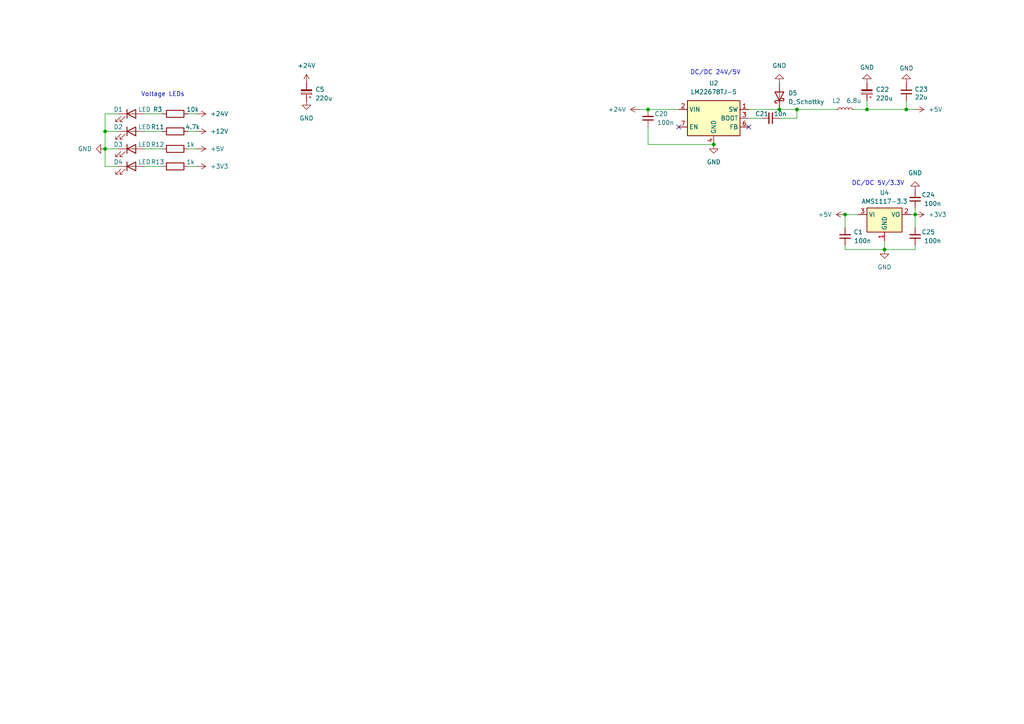
<source format=kicad_sch>
(kicad_sch (version 20250114) (generator "eeschema") (generator_version "9.0")
  (paper "A4")
  (lib_symbols
    (symbol "Device:C_Polarized_Small" (pin_numbers (hide yes)) (pin_names (offset 0.254) (hide yes))
      (property "Reference" "C" (at 0.254 1.778 0))
      (property "Value" "C_Polarized_Small" (at 0.254 -2.032 0))
      (symbol "C_Polarized_Small_0_1"
        (rectangle (start -1.524 0.6858) (end 1.524 0.3048))
        (rectangle (start -1.524 -0.3048) (end 1.524 -0.6858) (fill (type outline)))
        (polyline (pts (xy -1.27 1.524) (xy -0.762 1.524)))
        (polyline (pts (xy -1.016 1.27) (xy -1.016 1.778)))
      )
      (symbol "C_Polarized_Small_1_1"
        (pin passive line (at 0 2.54 270) (length 1.8542) (name "~") (number "1"))
        (pin passive line (at 0 -2.54 90) (length 1.8542) (name "~") (number "2"))
      )
    )
    (symbol "Device:C_Small" (pin_numbers (hide yes)) (pin_names (offset 0.254) (hide yes))
      (property "Reference" "C" (at 0.254 1.778 0))
      (property "Value" "C_Small" (at 0.254 -2.032 0))
      (symbol "C_Small_0_1"
        (polyline (pts (xy -1.524 0.508) (xy 1.524 0.508)) (stroke (width 0.3048)))
        (polyline (pts (xy -1.524 -0.508) (xy 1.524 -0.508)) (stroke (width 0.3302)))
      )
      (symbol "C_Small_1_1"
        (pin passive line (at 0 2.54 270) (length 2.032) (name "~") (number "1"))
        (pin passive line (at 0 -2.54 90) (length 2.032) (name "~") (number "2"))
      )
    )
    (symbol "Device:D_Schottky" (pin_numbers (hide yes)) (pin_names (offset 1.016) (hide yes))
      (property "Reference" "D" (at 0 2.54 0))
      (property "Value" "D_Schottky" (at 0 -2.54 0))
      (symbol "D_Schottky_0_1"
        (polyline (pts (xy -1.905 0.635) (xy -1.905 1.27) (xy -1.27 1.27) (xy -1.27 -1.27) (xy -0.635 -1.27) (xy -0.635 -0.635)) (stroke (width 0.254)))
        (polyline (pts (xy 1.27 1.27) (xy 1.27 -1.27) (xy -1.27 0) (xy 1.27 1.27)) (stroke (width 0.254)))
        (polyline (pts (xy 1.27 0) (xy -1.27 0)))
      )
      (symbol "D_Schottky_1_1"
        (pin passive line (at -3.81 0 0) (length 2.54) (name "K") (number "1"))
        (pin passive line (at 3.81 0 180) (length 2.54) (name "A") (number "2"))
      )
    )
    (symbol "Device:LED" (pin_numbers (hide yes)) (pin_names (offset 1.016) (hide yes))
      (property "Reference" "D" (at 0 2.54 0))
      (property "Value" "LED" (at 0 -2.54 0))
      (symbol "LED_0_1"
        (polyline (pts (xy -3.048 -0.762) (xy -4.572 -2.286) (xy -3.81 -2.286) (xy -4.572 -2.286) (xy -4.572 -1.524)))
        (polyline (pts (xy -1.778 -0.762) (xy -3.302 -2.286) (xy -2.54 -2.286) (xy -3.302 -2.286) (xy -3.302 -1.524)))
        (polyline (pts (xy -1.27 0) (xy 1.27 0)))
        (polyline (pts (xy -1.27 -1.27) (xy -1.27 1.27)) (stroke (width 0.254)))
        (polyline (pts (xy 1.27 -1.27) (xy 1.27 1.27) (xy -1.27 0) (xy 1.27 -1.27)) (stroke (width 0.254)))
      )
      (symbol "LED_1_1"
        (pin passive line (at -3.81 0 0) (length 2.54) (name "K") (number "1"))
        (pin passive line (at 3.81 0 180) (length 2.54) (name "A") (number "2"))
      )
    )
    (symbol "Device:L_Small" (pin_numbers (hide yes)) (pin_names (offset 0.254) (hide yes))
      (property "Reference" "L" (at 0.762 1.016 0))
      (property "Value" "L_Small" (at 0.762 -1.016 0))
      (symbol "L_Small_0_1"
        (arc (start 0 2.032) (mid 0.5058 1.524) (end 0 1.016))
        (arc (start 0 1.016) (mid 0.5058 0.508) (end 0 0))
        (arc (start 0 0) (mid 0.5058 -0.508) (end 0 -1.016))
        (arc (start 0 -1.016) (mid 0.5058 -1.524) (end 0 -2.032))
      )
      (symbol "L_Small_1_1"
        (pin passive line (at 0 2.54 270) (length 0.508) (name "~") (number "1"))
        (pin passive line (at 0 -2.54 90) (length 0.508) (name "~") (number "2"))
      )
    )
    (symbol "Device:R" (pin_numbers (hide yes)) (pin_names (offset 0))
      (property "Reference" "R" (at 2.032 0 90))
      (property "Value" "R" (at 0 0 90))
      (symbol "R_0_1"
        (rectangle (start -1.016 -2.54) (end 1.016 2.54) (stroke (width 0.254)))
      )
      (symbol "R_1_1"
        (pin passive line (at 0 3.81 270) (length 1.27) (name "~") (number "1"))
        (pin passive line (at 0 -3.81 90) (length 1.27) (name "~") (number "2"))
      )
    )
    (symbol "Regulator_Linear:AMS1117-3.3"
      (property "Reference" "U" (at -3.81 3.175 0))
      (property "Value" "AMS1117-3.3" (at 0 3.175 0))
      (symbol "AMS1117-3.3_0_1"
        (rectangle (start -5.08 -5.08) (end 5.08 1.905) (stroke (width 0.254)) (fill (type background)))
      )
      (symbol "AMS1117-3.3_1_1"
        (pin power_in line (at -7.62 0 0) (length 2.54) (name "VI") (number "3"))
        (pin power_in line (at 0 -7.62 90) (length 2.54) (name "GND") (number "1"))
        (pin power_out line (at 7.62 0 180) (length 2.54) (name "VO") (number "2"))
      )
    )
    (symbol "Regulator_Switching:LM22678TJ-5"
      (property "Reference" "U" (at -6.35 6.35 0))
      (property "Value" "LM22678TJ-5" (at 5.08 6.35 0))
      (symbol "LM22678TJ-5_0_1"
        (rectangle (start -7.62 5.08) (end 7.62 -5.08) (stroke (width 0.254)) (fill (type background)))
      )
      (symbol "LM22678TJ-5_1_1"
        (pin power_in line (at -10.16 2.54 0) (length 2.54) (name "VIN") (number "2"))
        (pin input line (at -10.16 -2.54 0) (length 2.54) (name "EN") (number "7"))
        (pin no_connect line (at -7.62 0 0) (length 2.54) (hide yes) (name "NC") (number "5"))
        (pin power_in line (at 0 -7.62 90) (length 2.54) (name "GND") (number "4"))
        (pin passive line (at 0 -7.62 90) (length 2.54) (hide yes) (name "GND") (number "8"))
        (pin power_out line (at 10.16 2.54 180) (length 2.54) (name "SW") (number "1"))
        (pin passive line (at 10.16 0 180) (length 2.54) (name "BOOT") (number "3"))
        (pin input line (at 10.16 -2.54 180) (length 2.54) (name "FB") (number "6"))
      )
    )
    (symbol "power:+24V" (power) (pin_numbers (hide yes)) (pin_names (offset 0) (hide yes))
      (property "Value" "+24V" (at 0 3.556 0))
      (symbol "+24V_0_1"
        (polyline (pts (xy -0.762 1.27) (xy 0 2.54)))
        (polyline (pts (xy 0 2.54) (xy 0.762 1.27)))
        (polyline (pts (xy 0 0) (xy 0 2.54)))
      )
      (symbol "+24V_1_1"
        (pin power_in line (at 0 0 90) (length 0) (name "~") (number "1"))
      )
    )
    (symbol "power:+3V3" (power) (pin_numbers (hide yes)) (pin_names (offset 0) (hide yes))
      (property "Value" "+3V3" (at 0 3.556 0))
      (symbol "+3V3_0_1"
        (polyline (pts (xy -0.762 1.27) (xy 0 2.54)))
        (polyline (pts (xy 0 2.54) (xy 0.762 1.27)))
        (polyline (pts (xy 0 0) (xy 0 2.54)))
      )
      (symbol "+3V3_1_1"
        (pin power_in line (at 0 0 90) (length 0) (name "~") (number "1"))
      )
    )
    (symbol "power:+5V" (power) (pin_numbers (hide yes)) (pin_names (offset 0) (hide yes))
      (property "Value" "+5V" (at 0 3.556 0))
      (symbol "+5V_0_1"
        (polyline (pts (xy -0.762 1.27) (xy 0 2.54)))
        (polyline (pts (xy 0 2.54) (xy 0.762 1.27)))
        (polyline (pts (xy 0 0) (xy 0 2.54)))
      )
      (symbol "+5V_1_1"
        (pin power_in line (at 0 0 90) (length 0) (name "~") (number "1"))
      )
    )
    (symbol "power:GND" (power) (pin_numbers (hide yes)) (pin_names (offset 0) (hide yes))
      (property "Value" "GND" (at 0 -3.81 0))
      (symbol "GND_0_1"
        (polyline (pts (xy 0 0) (xy 0 -1.27) (xy 1.27 -1.27) (xy 0 -2.54) (xy -1.27 -1.27) (xy 0 -1.27)))
      )
      (symbol "GND_1_1"
        (pin power_in line (at 0 0 270) (length 0) (name "~") (number "1"))
      )
    )
  )
  (text "DC/DC 24V/5V" (at 200.152 21.844 0) (effects (font (size 1.27 1.27)) (justify left bottom)))
  (text "Voltage LEDs" (at 40.894 28.194 0) (effects (font (size 1.27 1.27)) (justify left bottom)))
  (text "DC/DC 5V/3.3V" (at 247.015 53.975 0) (effects (font (size 1.27 1.27)) (justify left bottom)))
  (junction (at 245.11 62.23))
  (junction (at 256.54 72.39))
  (junction (at 226.06 31.75))
  (junction (at 265.43 62.23))
  (junction (at 251.46 31.75))
  (junction (at 187.96 31.75))
  (junction (at 231.14 31.75))
  (junction (at 207.01 41.91))
  (junction (at 30.48 43.18))
  (junction (at 262.89 31.75))
  (junction (at 30.48 38.1))
  (no_connect (at 196.85 36.83))
  (no_connect (at 217.17 36.83))
  (wire (pts (xy 226.06 31.75) (xy 231.14 31.75)))
  (wire (pts (xy 217.17 34.29) (xy 220.98 34.29)))
  (wire (pts (xy 30.48 33.02) (xy 30.48 38.1)))
  (wire (pts (xy 57.15 38.1) (xy 54.61 38.1)))
  (wire (pts (xy 187.96 41.91) (xy 207.01 41.91)))
  (wire (pts (xy 245.11 62.23) (xy 248.92 62.23)))
  (wire (pts (xy 245.11 71.12) (xy 245.11 72.39)))
  (wire (pts (xy 185.42 31.75) (xy 187.96 31.75)))
  (wire (pts (xy 251.46 29.21) (xy 251.46 31.75)))
  (wire (pts (xy 265.43 72.39) (xy 265.43 71.12)))
  (wire (pts (xy 265.43 66.04) (xy 265.43 62.23)))
  (wire (pts (xy 41.91 33.02) (xy 46.99 33.02)))
  (wire (pts (xy 251.46 31.75) (xy 247.65 31.75)))
  (wire (pts (xy 34.29 38.1) (xy 30.48 38.1)))
  (wire (pts (xy 30.48 38.1) (xy 30.48 43.18)))
  (wire (pts (xy 226.06 34.29) (xy 231.14 34.29)))
  (wire (pts (xy 231.14 34.29) (xy 231.14 31.75)))
  (wire (pts (xy 187.96 36.83) (xy 187.96 41.91)))
  (wire (pts (xy 30.48 48.26) (xy 34.29 48.26)))
  (wire (pts (xy 57.15 33.02) (xy 54.61 33.02)))
  (wire (pts (xy 265.43 60.325) (xy 265.43 62.23)))
  (wire (pts (xy 265.43 62.23) (xy 264.16 62.23)))
  (wire (pts (xy 41.91 43.18) (xy 46.99 43.18)))
  (wire (pts (xy 256.54 72.39) (xy 265.43 72.39)))
  (wire (pts (xy 57.15 43.18) (xy 54.61 43.18)))
  (wire (pts (xy 262.89 31.75) (xy 251.46 31.75)))
  (wire (pts (xy 41.91 38.1) (xy 46.99 38.1)))
  (wire (pts (xy 41.91 48.26) (xy 46.99 48.26)))
  (wire (pts (xy 245.11 72.39) (xy 256.54 72.39)))
  (wire (pts (xy 187.96 31.75) (xy 196.85 31.75)))
  (wire (pts (xy 262.89 29.21) (xy 262.89 31.75)))
  (wire (pts (xy 34.29 33.02) (xy 30.48 33.02)))
  (wire (pts (xy 30.48 43.18) (xy 30.48 48.26)))
  (wire (pts (xy 54.61 48.26) (xy 57.15 48.26)))
  (wire (pts (xy 245.11 62.23) (xy 245.11 66.04)))
  (wire (pts (xy 30.48 43.18) (xy 34.29 43.18)))
  (wire (pts (xy 217.17 31.75) (xy 226.06 31.75)))
  (wire (pts (xy 265.43 31.75) (xy 262.89 31.75)))
  (wire (pts (xy 231.14 31.75) (xy 242.57 31.75)))
  (wire (pts (xy 256.54 69.85) (xy 256.54 72.39)))
  (symbol (lib_id "power:+5V") (at 265.43 31.75 270) (unit 1)
    (property "Reference" "#PWR034" (effects (hide yes)))
    (property "Value" "+5V" (at 269.24 31.7499 90) (effects (justify left)))
    (property "Description" "Power symbol creates a global label with name \"+5V\"" (effects (hide yes)))
  )
  (symbol (lib_id "power:GND") (at 88.9 29.21 0) (unit 1)
    (property "Reference" "#PWR026" (effects (hide yes)))
    (property "Value" "GND" (at 88.9 34.29 0))
    (property "Description" "Power symbol creates a global label with name \"GND\" , ground" (effects (hide yes)))
  )
  (symbol (lib_id "Device:C_Small") (at 265.43 68.58 180) (unit 1)
    (property "Reference" "C25" (at 269.24 67.31 0))
    (property "Value" "100n" (at 270.51 69.85 0))
    (property "Footprint" "Capacitor_SMD:C_0402_1005Metric" (effects (hide yes)))
    (property "Description" "Unpolarized capacitor, small symbol" (effects (hide yes)))
  )
  (symbol (lib_id "power:GND") (at 30.48 43.18 270) (unit 1)
    (property "Reference" "#PWR02" (effects (hide yes)))
    (property "Value" "GND" (at 26.67 43.18 90) (effects (justify right)))
    (property "Description" "Power symbol creates a global label with name \"GND\" , ground" (effects (hide yes)))
  )
  (symbol (lib_id "Device:C_Small") (at 223.52 34.29 270) (unit 1)
    (property "Reference" "C21" (at 220.98 33.02 90))
    (property "Value" "10n" (at 226.314 33.02 90))
    (property "Footprint" "Capacitor_SMD:C_0402_1005Metric" (effects (hide yes)))
    (property "Description" "Unpolarized capacitor, small symbol" (effects (hide yes)))
  )
  (symbol (lib_id "Regulator_Switching:LM22678TJ-5") (at 207.01 34.29 0) (unit 1)
    (property "Reference" "U2" (at 207.01 24.13 0))
    (property "Value" "LM22678TJ-5" (at 207.01 26.67 0))
    (property "Footprint" "Package_TO_SOT_SMD:TO-263-7_TabPin8" (effects (hide yes)))
    (property "Datasheet" "https://www.ti.com/lit/ds/symlink/lm22678.pdf" (effects (hide yes)))
    (property "Description" "5A Step-Down Switching Voltage Regulater, 4.5-42V Input, 5V Output, 500kHz Switching Frequency, TO-263" (effects (hide yes)))
    (property "LCSC_ID" "C527397" (effects (hide yes)))
  )
  (symbol (lib_id "power:GND") (at 207.01 41.91 0) (unit 1)
    (property "Reference" "#PWR030" (effects (hide yes)))
    (property "Value" "GND" (at 207.01 46.99 0))
    (property "Description" "Power symbol creates a global label with name \"GND\" , ground" (effects (hide yes)))
  )
  (symbol (lib_id "power:+24V") (at 185.42 31.75 90) (unit 1)
    (property "Reference" "#PWR029" (effects (hide yes)))
    (property "Value" "+24V" (at 181.61 31.7499 90) (effects (justify left)))
    (property "Description" "Power symbol creates a global label with name \"+24V\"" (effects (hide yes)))
  )
  (symbol (lib_id "Device:R") (at 50.8 48.26 90) (unit 1)
    (property "Reference" "R13" (at 45.72 46.99 90))
    (property "Value" "1k" (at 55.245 46.99 90))
    (property "Footprint" "Resistor_SMD:R_0402_1005Metric" (effects (hide yes)))
    (property "Description" "Resistor" (effects (hide yes)))
  )
  (symbol (lib_id "power:+5V") (at 245.11 62.23 90) (unit 1)
    (property "Reference" "#PWR01" (effects (hide yes)))
    (property "Value" "+5V" (at 241.3 62.23 90) (effects (justify left)))
    (property "Description" "Power symbol creates a global label with name \"+5V\"" (effects (hide yes)))
  )
  (symbol (lib_id "power:GND") (at 251.46 24.13 180) (unit 1)
    (property "Reference" "#PWR032" (effects (hide yes)))
    (property "Value" "GND" (at 249.428 19.558 0) (effects (justify right)))
    (property "Description" "Power symbol creates a global label with name \"GND\" , ground" (effects (hide yes)))
  )
  (symbol (lib_id "power:GND") (at 265.43 55.245 180) (unit 1)
    (property "Reference" "#PWR035" (effects (hide yes)))
    (property "Value" "GND" (at 265.43 50.165 0))
    (property "Description" "Power symbol creates a global label with name \"GND\" , ground" (effects (hide yes)))
  )
  (symbol (lib_id "Device:LED") (at 38.1 38.1 0) (unit 1)
    (property "Reference" "D2" (at 34.29 36.83 0))
    (property "Value" "LED" (at 41.91 36.83 0))
    (property "Footprint" "LED_SMD:LED_0603_1608Metric" (effects (hide yes)))
    (property "Description" "Light emitting diode" (effects (hide yes)))
  )
  (symbol (lib_id "power:GND") (at 256.54 72.39 0) (unit 1)
    (property "Reference" "#PWR03" (effects (hide yes)))
    (property "Value" "GND" (at 256.54 77.47 0))
    (property "Description" "Power symbol creates a global label with name \"GND\" , ground" (effects (hide yes)))
  )
  (symbol (lib_id "Device:L_Small") (at 245.11 31.75 90) (unit 1)
    (property "Reference" "L2" (at 242.57 29.21 90))
    (property "Value" "6.8u" (at 247.65 29.21 90))
    (property "Footprint" "Inductor_SMD:L_Changjiang_FXL0630" (effects (hide yes)))
    (property "Description" "Inductor, small symbol" (effects (hide yes)))
    (property "LCSC_ID" "C167221" (effects (hide yes)))
  )
  (symbol (lib_id "Device:LED") (at 38.1 33.02 0) (unit 1)
    (property "Reference" "D1" (at 34.29 31.75 0))
    (property "Value" "LED" (at 41.91 31.75 0))
    (property "Footprint" "LED_SMD:LED_0603_1608Metric" (effects (hide yes)))
    (property "Description" "Light emitting diode" (effects (hide yes)))
  )
  (symbol (lib_id "Device:LED") (at 38.1 48.26 0) (unit 1)
    (property "Reference" "D4" (at 34.29 46.99 0))
    (property "Value" "LED" (at 41.91 46.99 0))
    (property "Footprint" "LED_SMD:LED_0603_1608Metric" (effects (hide yes)))
    (property "Description" "Light emitting diode" (effects (hide yes)))
  )
  (symbol (lib_id "Device:LED") (at 38.1 43.18 0) (unit 1)
    (property "Reference" "D3" (at 34.29 41.91 0))
    (property "Value" "LED" (at 41.91 41.91 0))
    (property "Footprint" "LED_SMD:LED_0603_1608Metric" (effects (hide yes)))
    (property "Description" "Light emitting diode" (effects (hide yes)))
  )
  (symbol (lib_id "Device:C_Small") (at 245.11 68.58 180) (unit 1)
    (property "Reference" "C1" (at 248.92 67.31 0))
    (property "Value" "100n" (at 250.19 69.85 0))
    (property "Footprint" "Capacitor_SMD:C_0402_1005Metric" (effects (hide yes)))
    (property "Description" "Unpolarized capacitor, small symbol" (effects (hide yes)))
  )
  (symbol (lib_id "Device:D_Schottky") (at 226.06 27.94 90) (unit 1)
    (property "Reference" "D5" (at 228.6 26.9874 90) (effects (justify right)))
    (property "Value" "D_Schottky" (at 228.6 29.5274 90) (effects (justify right)))
    (property "Footprint" "Diode_SMD:D_SMA" (effects (hide yes)))
    (property "Description" "Schottky diode" (effects (hide yes)))
  )
  (symbol (lib_id "power:+24V") (at 88.9 24.13 0) (unit 1)
    (property "Reference" "#PWR025" (effects (hide yes)))
    (property "Value" "+24V" (at 88.9 19.05 0))
    (property "Description" "Power symbol creates a global label with name \"+24V\"" (effects (hide yes)))
  )
  (symbol (lib_id "Device:R") (at 50.8 38.1 90) (unit 1)
    (property "Reference" "R11" (at 45.72 36.83 90))
    (property "Value" "4.7k" (at 55.88 36.83 90))
    (property "Footprint" "Resistor_SMD:R_0402_1005Metric" (effects (hide yes)))
    (property "Description" "Resistor" (effects (hide yes)))
  )
  (symbol (lib_id "Device:C_Small") (at 265.43 57.785 180) (unit 1)
    (property "Reference" "C24" (at 269.24 56.515 0))
    (property "Value" "100n" (at 270.51 59.055 0))
    (property "Footprint" "Capacitor_SMD:C_0402_1005Metric" (effects (hide yes)))
    (property "Description" "Unpolarized capacitor, small symbol" (effects (hide yes)))
  )
  (symbol (lib_id "Device:R") (at 50.8 33.02 90) (unit 1)
    (property "Reference" "R3" (at 45.72 31.75 90))
    (property "Value" "10k" (at 55.88 31.75 90))
    (property "Footprint" "Resistor_SMD:R_0402_1005Metric" (effects (hide yes)))
    (property "Description" "Resistor" (effects (hide yes)))
  )
  (symbol (lib_id "Device:C_Polarized_Small") (at 88.9 26.67 180) (unit 1)
    (property "Reference" "C5" (at 91.44 25.9461 0) (effects (justify right)))
    (property "Value" "220u" (at 91.44 28.4861 0) (effects (justify right)))
    (property "Footprint" "Capacitor_SMD:CP_Elec_6.3x5.8" (effects (hide yes)))
    (property "Description" "Polarized capacitor, small symbol" (effects (hide yes)))
  )
  (symbol (lib_id "Regulator_Linear:AMS1117-3.3") (at 256.54 62.23 0) (unit 1)
    (property "Reference" "U4" (at 256.54 55.88 0))
    (property "Value" "AMS1117-3.3" (at 256.54 58.42 0))
    (property "Footprint" "Package_TO_SOT_SMD:SOT-223-3_TabPin2" (effects (hide yes)))
    (property "Datasheet" "http://www.advanced-monolithic.com/pdf/ds1117.pdf" (effects (hide yes)))
    (property "Description" "1A Low Dropout regulator, positive, 3.3V fixed output, SOT-223" (effects (hide yes)))
  )
  (symbol (lib_id "Device:C_Small") (at 187.96 34.29 180) (unit 1)
    (property "Reference" "C20" (at 191.77 33.02 0))
    (property "Value" "100n" (at 193.04 35.56 0))
    (property "Footprint" "Capacitor_SMD:C_0402_1005Metric" (effects (hide yes)))
    (property "Description" "Unpolarized capacitor, small symbol" (effects (hide yes)))
  )
  (symbol (lib_id "power:+3V3") (at 265.43 62.23 270) (unit 1)
    (property "Reference" "#PWR036" (effects (hide yes)))
    (property "Value" "+3V3" (at 269.24 62.23 90) (effects (justify left)))
    (property "Description" "Power symbol creates a global label with name \"+3V3\"" (effects (hide yes)))
  )
  (symbol (lib_id "Device:R") (at 50.8 43.18 90) (unit 1)
    (property "Reference" "R12" (at 45.72 41.91 90))
    (property "Value" "1k" (at 55.245 41.91 90))
    (property "Footprint" "Resistor_SMD:R_0402_1005Metric" (effects (hide yes)))
    (property "Description" "Resistor" (effects (hide yes)))
  )
  (symbol (lib_id "Device:C_Polarized_Small") (at 251.46 26.67 180) (unit 1)
    (property "Reference" "C22" (at 254 25.9461 0) (effects (justify right)))
    (property "Value" "220u" (at 254 28.4861 0) (effects (justify right)))
    (property "Footprint" "Capacitor_SMD:CP_Elec_6.3x5.8" (effects (hide yes)))
    (property "Description" "Polarized capacitor, small symbol" (effects (hide yes)))
  )
  (symbol (lib_id "Device:C_Small") (at 262.89 26.67 180) (unit 1)
    (property "Reference" "C23" (at 267.208 25.908 0))
    (property "Value" "22u" (at 267.208 28.194 0))
    (property "Footprint" "Capacitor_SMD:C_0402_1005Metric" (effects (hide yes)))
    (property "Description" "Unpolarized capacitor, small symbol" (effects (hide yes)))
  )
  (symbol (lib_id "power:+24V") (at 57.15 33.02 270) (unit 1)
    (property "Reference" "#PWR08" (effects (hide yes)))
    (property "Value" "+24V" (at 60.96 33.0199 90) (effects (justify left)))
    (property "Description" "Power symbol creates a global label with name \"+24V\"" (effects (hide yes)))
  )
  (symbol (lib_id "power:GND") (at 262.89 24.13 180) (unit 1)
    (property "Reference" "#PWR033" (effects (hide yes)))
    (property "Value" "GND" (at 260.858 19.812 0) (effects (justify right)))
    (property "Description" "Power symbol creates a global label with name \"GND\" , ground" (effects (hide yes)))
  )
  (symbol (lib_id "power:+5V") (at 57.15 43.18 270) (unit 1)
    (property "Reference" "#PWR011" (effects (hide yes)))
    (property "Value" "+5V" (at 60.96 43.18 90) (effects (justify left)))
    (property "Description" "Power symbol creates a global label with name \"+5V\"" (effects (hide yes)))
  )
  (symbol (lib_id "power:+3V3") (at 57.15 48.26 270) (unit 1)
    (property "Reference" "#PWR024" (effects (hide yes)))
    (property "Value" "+3V3" (at 60.96 48.26 90) (effects (justify left)))
    (property "Description" "Power symbol creates a global label with name \"+3V3\"" (effects (hide yes)))
  )
  (symbol (lib_id "power:+24V") (at 57.15 38.1 270) (unit 1)
    (property "Reference" "#PWR010" (effects (hide yes)))
    (property "Value" "+12V" (at 60.96 38.0999 90) (effects (justify left)))
    (property "Description" "Power symbol creates a global label with name \"+24V\"" (effects (hide yes)))
  )
  (symbol (lib_id "power:GND") (at 226.06 24.13 180) (unit 1)
    (property "Reference" "#PWR031" (effects (hide yes)))
    (property "Value" "GND" (at 226.06 19.05 0))
    (property "Description" "Power symbol creates a global label with name \"GND\" , ground" (effects (hide yes)))
  )
)
</source>
